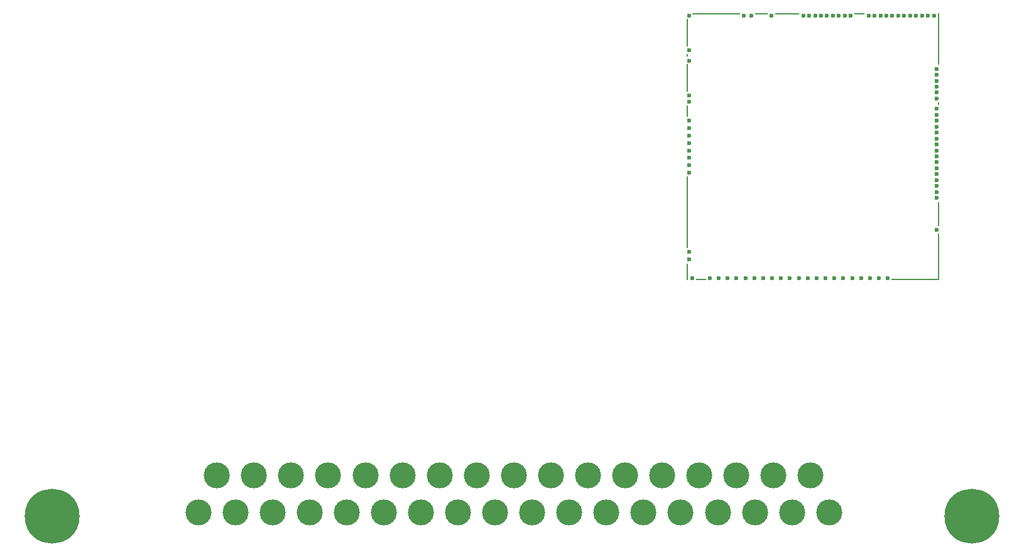
<source format=gtl>
G04 #@! TF.GenerationSoftware,KiCad,Pcbnew,7.0.11-7.0.11~ubuntu22.04.1*
G04 #@! TF.CreationDate,2024-03-05T20:24:44+00:00*
G04 #@! TF.ProjectId,balefi,62616c65-6669-42e6-9b69-6361645f7063,rev?*
G04 #@! TF.SameCoordinates,Original*
G04 #@! TF.FileFunction,Copper,L1,Top*
G04 #@! TF.FilePolarity,Positive*
%FSLAX46Y46*%
G04 Gerber Fmt 4.6, Leading zero omitted, Abs format (unit mm)*
G04 Created by KiCad (PCBNEW 7.0.11-7.0.11~ubuntu22.04.1) date 2024-03-05 20:24:44*
%MOMM*%
%LPD*%
G01*
G04 APERTURE LIST*
G04 #@! TA.AperFunction,ComponentPad*
%ADD10C,0.800000*%
G04 #@! TD*
G04 #@! TA.AperFunction,ComponentPad*
%ADD11C,7.400000*%
G04 #@! TD*
G04 #@! TA.AperFunction,ComponentPad*
%ADD12C,3.500000*%
G04 #@! TD*
G04 #@! TA.AperFunction,ComponentPad*
%ADD13C,0.600000*%
G04 #@! TD*
G04 #@! TA.AperFunction,SMDPad,CuDef*
%ADD14R,0.200000X3.700000*%
G04 #@! TD*
G04 #@! TA.AperFunction,SMDPad,CuDef*
%ADD15R,0.200000X0.400000*%
G04 #@! TD*
G04 #@! TA.AperFunction,SMDPad,CuDef*
%ADD16R,0.200000X1.600000*%
G04 #@! TD*
G04 #@! TA.AperFunction,SMDPad,CuDef*
%ADD17R,0.200000X9.700000*%
G04 #@! TD*
G04 #@! TA.AperFunction,SMDPad,CuDef*
%ADD18R,0.200000X2.300000*%
G04 #@! TD*
G04 #@! TA.AperFunction,SMDPad,CuDef*
%ADD19R,1.400000X0.200000*%
G04 #@! TD*
G04 #@! TA.AperFunction,SMDPad,CuDef*
%ADD20R,6.400000X0.200000*%
G04 #@! TD*
G04 #@! TA.AperFunction,SMDPad,CuDef*
%ADD21R,1.700000X0.200000*%
G04 #@! TD*
G04 #@! TA.AperFunction,SMDPad,CuDef*
%ADD22R,3.300000X0.200000*%
G04 #@! TD*
G04 #@! TA.AperFunction,SMDPad,CuDef*
%ADD23R,0.200000X7.000000*%
G04 #@! TD*
G04 #@! TA.AperFunction,SMDPad,CuDef*
%ADD24R,0.200000X3.300000*%
G04 #@! TD*
G04 #@! TA.AperFunction,SMDPad,CuDef*
%ADD25R,0.200000X6.300000*%
G04 #@! TD*
G04 APERTURE END LIST*
D10*
G04 #@! TO.P,H1,1,1*
G04 #@! TO.N,unconnected-(H1-Pad1)*
X13000000Y6000000D03*
X13812779Y7962221D03*
X13812779Y4037779D03*
D11*
X15750000Y6000000D03*
D10*
X15775000Y8775000D03*
X15775000Y3225000D03*
X17737221Y7962221D03*
X17737221Y4037779D03*
X18550000Y6000000D03*
G04 #@! TD*
G04 #@! TO.P,H2,1,1*
G04 #@! TO.N,unconnected-(H2-Pad1)*
X137000000Y6000000D03*
X137812779Y7962221D03*
X137812779Y4037779D03*
X139775000Y8775000D03*
D11*
X139775000Y6000000D03*
D10*
X139775000Y3225000D03*
X141737221Y7962221D03*
X141737221Y4037779D03*
X142550000Y6000000D03*
G04 #@! TD*
D12*
G04 #@! TO.P,J1,1,1*
G04 #@! TO.N,/IGN14*
X35500000Y6500000D03*
G04 #@! TO.P,J1,2,2*
G04 #@! TO.N,/ETB2*
X40500000Y6500000D03*
G04 #@! TO.P,J1,3,3*
G04 #@! TO.N,/FAN_OUT*
X45500000Y6500000D03*
G04 #@! TO.P,J1,4,4*
G04 #@! TO.N,/INJ4*
X50500000Y6500000D03*
G04 #@! TO.P,J1,5,5*
G04 #@! TO.N,/BOOST_OUT*
X55500000Y6500000D03*
G04 #@! TO.P,J1,6,6*
G04 #@! TO.N,/MIL*
X60500000Y6500000D03*
G04 #@! TO.P,J1,7,7*
G04 #@! TO.N,/VSS*
X65500000Y6500000D03*
G04 #@! TO.P,J1,8,8*
G04 #@! TO.N,/OIL_PRESS*
X70500000Y6500000D03*
G04 #@! TO.P,J1,9,9*
G04 #@! TO.N,/PPS2_IN*
X75500000Y6500000D03*
G04 #@! TO.P,J1,10,10*
G04 #@! TO.N,/CANL*
X80500000Y6500000D03*
G04 #@! TO.P,J1,11,11*
G04 #@! TO.N,/CRANK-*
X85500000Y6500000D03*
G04 #@! TO.P,J1,12,12*
G04 #@! TO.N,/AGND*
X90500000Y6500000D03*
G04 #@! TO.P,J1,13,13*
G04 #@! TO.N,/CLT*
X95500000Y6500000D03*
G04 #@! TO.P,J1,14,14*
G04 #@! TO.N,/5V*
X100500000Y6500000D03*
G04 #@! TO.P,J1,15,15*
G04 #@! TO.N,/CANH*
X105500000Y6500000D03*
G04 #@! TO.P,J1,16,16*
G04 #@! TO.N,/AGND*
X110500000Y6500000D03*
G04 #@! TO.P,J1,17,17*
G04 #@! TO.N,/PGND*
X115500000Y6500000D03*
G04 #@! TO.P,J1,18,18*
G04 #@! TO.N,/INJ1*
X120500000Y6500000D03*
G04 #@! TO.P,J1,19,19*
G04 #@! TO.N,/IGN23*
X38000000Y11500000D03*
G04 #@! TO.P,J1,20,20*
G04 #@! TO.N,/ETB1*
X43000000Y11500000D03*
G04 #@! TO.P,J1,21,21*
G04 #@! TO.N,/INJ3*
X48000000Y11500000D03*
G04 #@! TO.P,J1,22,22*
G04 #@! TO.N,/TACHO_OUT*
X53000000Y11500000D03*
G04 #@! TO.P,J1,23,23*
G04 #@! TO.N,/FPUMP_RELAY*
X58000000Y11500000D03*
G04 #@! TO.P,J1,24,24*
G04 #@! TO.N,/FUEL_PRESS*
X63000000Y11500000D03*
G04 #@! TO.P,J1,25,25*
G04 #@! TO.N,/OIL_TEMP*
X68000000Y11500000D03*
G04 #@! TO.P,J1,26,26*
G04 #@! TO.N,/IGNITION*
X73000000Y11500000D03*
G04 #@! TO.P,J1,27,27*
G04 #@! TO.N,/PPS1_IN*
X78000000Y11500000D03*
G04 #@! TO.P,J1,28,28*
G04 #@! TO.N,/CRANK+*
X83000000Y11500000D03*
G04 #@! TO.P,J1,29,29*
G04 #@! TO.N,/KNOCK_IN*
X88000000Y11500000D03*
G04 #@! TO.P,J1,30,30*
G04 #@! TO.N,/TPS*
X93000000Y11500000D03*
G04 #@! TO.P,J1,31,31*
G04 #@! TO.N,/IAT*
X98000000Y11500000D03*
G04 #@! TO.P,J1,32,32*
G04 #@! TO.N,/MAP*
X103000000Y11500000D03*
G04 #@! TO.P,J1,33,33*
G04 #@! TO.N,/CAM*
X108000000Y11500000D03*
G04 #@! TO.P,J1,34,34*
G04 #@! TO.N,/FLEX_IN*
X113000000Y11500000D03*
G04 #@! TO.P,J1,35,35*
G04 #@! TO.N,/INJ2*
X118000000Y11500000D03*
G04 #@! TD*
D13*
G04 #@! TO.P,M2,E1,V5A_SWITCHABLE*
G04 #@! TO.N,unconnected-(M2-V5A_SWITCHABLE-PadE1)*
X135024995Y44624995D03*
G04 #@! TO.P,M2,E2,GNDA*
G04 #@! TO.N,unconnected-(M2-GNDA-PadE2)*
X135025005Y48924995D03*
G04 #@! TO.P,M2,E3,I2C_SCL_(PB10)*
G04 #@! TO.N,unconnected-(M2-I2C_SCL_(PB10)-PadE3)*
X135025005Y49724985D03*
G04 #@! TO.P,M2,E4,I2C_SDA_(PB11)*
G04 #@! TO.N,unconnected-(M2-I2C_SDA_(PB11)-PadE4)*
X135025005Y50524995D03*
G04 #@! TO.P,M2,E5,IN_VIGN_(PA5)*
G04 #@! TO.N,unconnected-(M2-IN_VIGN_(PA5)-PadE5)*
X135025005Y51324995D03*
G04 #@! TO.P,M2,E6,SPI2_CS_/_CAN2_RX_(PB12)*
G04 #@! TO.N,unconnected-(M2-SPI2_CS_{slash}_CAN2_RX_(PB12)-PadE6)*
X135025005Y52124995D03*
G04 #@! TO.P,M2,E7,SPI2_SCK_/_CAN2_TX_(PB13)*
G04 #@! TO.N,unconnected-(M2-SPI2_SCK_{slash}_CAN2_TX_(PB13)-PadE7)*
X135025005Y52924995D03*
G04 #@! TO.P,M2,E8,SPI2_MISO_(PB14)*
G04 #@! TO.N,unconnected-(M2-SPI2_MISO_(PB14)-PadE8)*
X135025005Y53724995D03*
G04 #@! TO.P,M2,E9,SPI2_MOSI_(PB15)*
G04 #@! TO.N,unconnected-(M2-SPI2_MOSI_(PB15)-PadE9)*
X135025005Y54524995D03*
G04 #@! TO.P,M2,E10,OUT_INJ8_(PD12)*
G04 #@! TO.N,unconnected-(M2-OUT_INJ8_(PD12)-PadE10)*
X135025005Y55324995D03*
G04 #@! TO.P,M2,E11,OUT_INJ7_(PD15)*
G04 #@! TO.N,unconnected-(M2-OUT_INJ7_(PD15)-PadE11)*
X135025005Y56124995D03*
G04 #@! TO.P,M2,E12,OUT_INJ6_(PA8)*
G04 #@! TO.N,unconnected-(M2-OUT_INJ6_(PA8)-PadE12)*
X135025005Y56924995D03*
G04 #@! TO.P,M2,E13,OUT_INJ5_(PD2)*
G04 #@! TO.N,unconnected-(M2-OUT_INJ5_(PD2)-PadE13)*
X135025005Y57724995D03*
G04 #@! TO.P,M2,E14,OUT_INJ4_(PD10)*
G04 #@! TO.N,unconnected-(M2-OUT_INJ4_(PD10)-PadE14)*
X135025005Y58524995D03*
G04 #@! TO.P,M2,E15,OUT_INJ3_(PD11)*
G04 #@! TO.N,unconnected-(M2-OUT_INJ3_(PD11)-PadE15)*
X135025005Y59324995D03*
G04 #@! TO.P,M2,E16,OUT_INJ2_(PA9)*
G04 #@! TO.N,unconnected-(M2-OUT_INJ2_(PA9)-PadE16)*
X135024995Y60124985D03*
G04 #@! TO.P,M2,E17,OUT_INJ1_(PD3)*
G04 #@! TO.N,unconnected-(M2-OUT_INJ1_(PD3)-PadE17)*
X135025005Y60924995D03*
G04 #@! TO.P,M2,E18,OUT_PWM1_(PD13)*
G04 #@! TO.N,unconnected-(M2-OUT_PWM1_(PD13)-PadE18)*
X135025005Y62324995D03*
G04 #@! TO.P,M2,E19,OUT_PWM2_(PC6)*
G04 #@! TO.N,unconnected-(M2-OUT_PWM2_(PC6)-PadE19)*
X135025005Y63124985D03*
G04 #@! TO.P,M2,E20,OUT_PWM3_(PC7)*
G04 #@! TO.N,unconnected-(M2-OUT_PWM3_(PC7)-PadE20)*
X135025005Y63924985D03*
G04 #@! TO.P,M2,E21,OUT_PWM4_(PC8)*
G04 #@! TO.N,unconnected-(M2-OUT_PWM4_(PC8)-PadE21)*
X135025005Y64724985D03*
G04 #@! TO.P,M2,E22,OUT_PWM5_(PC9)*
G04 #@! TO.N,unconnected-(M2-OUT_PWM5_(PC9)-PadE22)*
X135025005Y65524985D03*
G04 #@! TO.P,M2,E23,OUT_PWM6_(PD14)*
G04 #@! TO.N,unconnected-(M2-OUT_PWM6_(PD14)-PadE23)*
X135025005Y66324995D03*
D14*
G04 #@! TO.P,M2,G,GND*
G04 #@! TO.N,unconnected-(M2-GND-PadG)*
X101424995Y71174985D03*
D15*
X101424995Y68124995D03*
D14*
X101424995Y65074985D03*
D16*
X101424995Y60624995D03*
D17*
X101424995Y46974995D03*
D18*
X101424995Y38974995D03*
D19*
X103225005Y37924985D03*
D20*
X105324995Y73724985D03*
D21*
X111374995Y73724985D03*
D22*
X114874995Y73724985D03*
D19*
X124624995Y73724985D03*
D20*
X132124995Y37924985D03*
D23*
X135225005Y70325005D03*
D15*
X135225005Y61624985D03*
D24*
X135225005Y46774985D03*
D25*
X135225005Y40974985D03*
D13*
G04 #@! TO.P,M2,N1,VBUS*
G04 #@! TO.N,unconnected-(M2-VBUS-PadN1)*
X134625005Y73524995D03*
G04 #@! TO.P,M2,N2,USBM_(PA11)*
G04 #@! TO.N,unconnected-(M2-USBM_(PA11)-PadN2)*
X133825005Y73524995D03*
G04 #@! TO.P,M2,N3,USBP_(PA12)*
G04 #@! TO.N,unconnected-(M2-USBP_(PA12)-PadN3)*
X133025005Y73524995D03*
G04 #@! TO.P,M2,N4,USBID_(PA10)*
G04 #@! TO.N,unconnected-(M2-USBID_(PA10)-PadN4)*
X132224995Y73524995D03*
G04 #@! TO.P,M2,N5,SWDIO_(PA13)*
G04 #@! TO.N,unconnected-(M2-SWDIO_(PA13)-PadN5)*
X131425005Y73524995D03*
G04 #@! TO.P,M2,N6,SWCLK_(PA14)*
G04 #@! TO.N,unconnected-(M2-SWCLK_(PA14)-PadN6)*
X130625005Y73524995D03*
G04 #@! TO.P,M2,N7,nReset*
G04 #@! TO.N,unconnected-(M2-nReset-PadN7)*
X129825005Y73524995D03*
G04 #@! TO.P,M2,N8,SWO_(PB3)*
G04 #@! TO.N,unconnected-(M2-SWO_(PB3)-PadN8)*
X129024995Y73524995D03*
G04 #@! TO.P,M2,N9,SPI3_CS_(PA15)*
G04 #@! TO.N,unconnected-(M2-SPI3_CS_(PA15)-PadN9)*
X128225005Y73524985D03*
G04 #@! TO.P,M2,N10,SPI3_SCK_(PC10)*
G04 #@! TO.N,unconnected-(M2-SPI3_SCK_(PC10)-PadN10)*
X127425005Y73524985D03*
G04 #@! TO.P,M2,N11,SPI3_MISO_(PC11)*
G04 #@! TO.N,unconnected-(M2-SPI3_MISO_(PC11)-PadN11)*
X126625005Y73524985D03*
G04 #@! TO.P,M2,N12,SPI3_MOSI_(PC12)*
G04 #@! TO.N,unconnected-(M2-SPI3_MOSI_(PC12)-PadN12)*
X125825005Y73524985D03*
G04 #@! TO.P,M2,N13,UART2_TX_(PD5)*
G04 #@! TO.N,unconnected-(M2-UART2_TX_(PD5)-PadN13)*
X123424995Y73524985D03*
G04 #@! TO.P,M2,N14,UART2_RX_(PD6)*
G04 #@! TO.N,unconnected-(M2-UART2_RX_(PD6)-PadN14)*
X122624995Y73524985D03*
G04 #@! TO.P,M2,N14a,LED_GREEN*
G04 #@! TO.N,unconnected-(M2-LED_GREEN-PadN14a)*
X121825005Y73524995D03*
G04 #@! TO.P,M2,N14b,LED_YELLOW*
G04 #@! TO.N,unconnected-(M2-LED_YELLOW-PadN14b)*
X121024995Y73524995D03*
G04 #@! TO.P,M2,N15,V33_SWITCHABLE*
G04 #@! TO.N,unconnected-(M2-V33_SWITCHABLE-PadN15)*
X120224995Y73524995D03*
G04 #@! TO.P,M2,N16,BOOT0*
G04 #@! TO.N,unconnected-(M2-BOOT0-PadN16)*
X119424995Y73524995D03*
G04 #@! TO.P,M2,N17,VBAT*
G04 #@! TO.N,unconnected-(M2-VBAT-PadN17)*
X118624995Y73524995D03*
G04 #@! TO.P,M2,N18,UART8_RX_(PE0)*
G04 #@! TO.N,unconnected-(M2-UART8_RX_(PE0)-PadN18)*
X117824995Y73524985D03*
G04 #@! TO.P,M2,N19,UART8_TX_(PE1)*
G04 #@! TO.N,unconnected-(M2-UART8_TX_(PE1)-PadN19)*
X117024995Y73524985D03*
G04 #@! TO.P,M2,N20,OUT_PWR_EN_(PE10)*
G04 #@! TO.N,unconnected-(M2-OUT_PWR_EN_(PE10)-PadN20)*
X112724995Y73524985D03*
G04 #@! TO.P,M2,N21,V33*
G04 #@! TO.N,unconnected-(M2-V33-PadN21)*
X110024995Y73524985D03*
G04 #@! TO.P,M2,N22,VCC*
G04 #@! TO.N,unconnected-(M2-VCC-PadN22)*
X109025005Y73524985D03*
G04 #@! TO.P,M2,N23,V33*
G04 #@! TO.N,unconnected-(M2-V33-PadN23)*
X101624995Y73524985D03*
G04 #@! TO.P,M2,S1,IN_D4_(PE15)*
G04 #@! TO.N,unconnected-(M2-IN_D4_(PE15)-PadS1)*
X128425015Y38124985D03*
G04 #@! TO.P,M2,S2,IN_D3_(PE14)*
G04 #@! TO.N,unconnected-(M2-IN_D3_(PE14)-PadS2)*
X127225005Y38124985D03*
G04 #@! TO.P,M2,S3,IN_D2_(PE13)*
G04 #@! TO.N,unconnected-(M2-IN_D2_(PE13)-PadS3)*
X126025005Y38124985D03*
G04 #@! TO.P,M2,S4,IN_D1_(PE12)*
G04 #@! TO.N,unconnected-(M2-IN_D1_(PE12)-PadS4)*
X124825005Y38124985D03*
G04 #@! TO.P,M2,S5,VREF2*
G04 #@! TO.N,unconnected-(M2-VREF2-PadS5)*
X123625005Y38124985D03*
G04 #@! TO.P,M2,S6,IN_AUX4_(PC5)*
G04 #@! TO.N,unconnected-(M2-IN_AUX4_(PC5)-PadS6)*
X122425005Y38124985D03*
G04 #@! TO.P,M2,S7,IN_AUX3_(PA7)*
G04 #@! TO.N,unconnected-(M2-IN_AUX3_(PA7)-PadS7)*
X121225005Y38124985D03*
G04 #@! TO.P,M2,S8,IN_AUX2_(PC4/PE9)*
G04 #@! TO.N,unconnected-(M2-IN_AUX2_(PC4{slash}PE9)-PadS8)*
X120025005Y38124985D03*
G04 #@! TO.P,M2,S9,IN_AUX1_(PB0)*
G04 #@! TO.N,unconnected-(M2-IN_AUX1_(PB0)-PadS9)*
X118825005Y38124985D03*
G04 #@! TO.P,M2,S10,IN_O2S2_(PA1)*
G04 #@! TO.N,unconnected-(M2-IN_O2S2_(PA1)-PadS10)*
X117625005Y38124985D03*
G04 #@! TO.P,M2,S11,IN_O2S_/_CAN_WAKEUP_(PA0)*
G04 #@! TO.N,unconnected-(M2-IN_O2S_{slash}_CAN_WAKEUP_(PA0)-PadS11)*
X116425005Y38124985D03*
G04 #@! TO.P,M2,S12,IN_MAP2_(PC1)*
G04 #@! TO.N,unconnected-(M2-IN_MAP2_(PC1)-PadS12)*
X115225005Y38124985D03*
G04 #@! TO.P,M2,S13,IN_MAP1_(PC0)*
G04 #@! TO.N,unconnected-(M2-IN_MAP1_(PC0)-PadS13)*
X114025005Y38124985D03*
G04 #@! TO.P,M2,S14,IN_CRANK_(PB1)*
G04 #@! TO.N,unconnected-(M2-IN_CRANK_(PB1)-PadS14)*
X112825005Y38124985D03*
G04 #@! TO.P,M2,S15,IN_KNOCK_(PA2)*
G04 #@! TO.N,unconnected-(M2-IN_KNOCK_(PA2)-PadS15)*
X111625005Y38124985D03*
G04 #@! TO.P,M2,S16,IN_CAM_(PA6)*
G04 #@! TO.N,unconnected-(M2-IN_CAM_(PA6)-PadS16)*
X110425005Y38124985D03*
G04 #@! TO.P,M2,S17,IN_VSS_(PE11)*
G04 #@! TO.N,unconnected-(M2-IN_VSS_(PE11)-PadS17)*
X109225005Y38124985D03*
G04 #@! TO.P,M2,S18,IN_TPS_(PA4)*
G04 #@! TO.N,unconnected-(M2-IN_TPS_(PA4)-PadS18)*
X108024995Y38124985D03*
G04 #@! TO.P,M2,S19,IN_PPS_(PA3)*
G04 #@! TO.N,unconnected-(M2-IN_PPS_(PA3)-PadS19)*
X106824995Y38124985D03*
G04 #@! TO.P,M2,S20,IN_IAT_(PC3)*
G04 #@! TO.N,unconnected-(M2-IN_IAT_(PC3)-PadS20)*
X105624995Y38124985D03*
G04 #@! TO.P,M2,S21,IN_CLT_(PC2)*
G04 #@! TO.N,unconnected-(M2-IN_CLT_(PC2)-PadS21)*
X104424995Y38124985D03*
G04 #@! TO.P,M2,S22,VREF1*
G04 #@! TO.N,unconnected-(M2-VREF1-PadS22)*
X102024995Y38124985D03*
G04 #@! TO.P,M2,W1,GNDA*
G04 #@! TO.N,unconnected-(M2-GNDA-PadW1)*
X101624995Y40624995D03*
G04 #@! TO.P,M2,W2,V5A_SWITCHABLE*
G04 #@! TO.N,unconnected-(M2-V5A_SWITCHABLE-PadW2)*
X101624995Y41624995D03*
G04 #@! TO.P,M2,W3,IGN8_(PE6)*
G04 #@! TO.N,unconnected-(M2-IGN8_(PE6)-PadW3)*
X101624995Y52324985D03*
G04 #@! TO.P,M2,W4,IGN7_(PB9)*
G04 #@! TO.N,unconnected-(M2-IGN7_(PB9)-PadW4)*
X101624995Y53324995D03*
G04 #@! TO.P,M2,W5,IGN6_(PB8)*
G04 #@! TO.N,unconnected-(M2-IGN6_(PB8)-PadW5)*
X101624995Y54324985D03*
G04 #@! TO.P,M2,W6,IGN5_(PE2)*
G04 #@! TO.N,unconnected-(M2-IGN5_(PE2)-PadW6)*
X101624995Y55324985D03*
G04 #@! TO.P,M2,W7,IGN4_(PE3)*
G04 #@! TO.N,unconnected-(M2-IGN4_(PE3)-PadW7)*
X101624995Y56324985D03*
G04 #@! TO.P,M2,W8,IGN3_(PE4)*
G04 #@! TO.N,unconnected-(M2-IGN3_(PE4)-PadW8)*
X101624995Y57324985D03*
G04 #@! TO.P,M2,W9,IGN2_(PE5)*
G04 #@! TO.N,unconnected-(M2-IGN2_(PE5)-PadW9)*
X101624995Y58324985D03*
G04 #@! TO.P,M2,W10,IGN1_(PC13)*
G04 #@! TO.N,unconnected-(M2-IGN1_(PC13)-PadW10)*
X101624995Y59324985D03*
G04 #@! TO.P,M2,W11,CANH*
G04 #@! TO.N,unconnected-(M2-CANH-PadW11)*
X101624995Y61924985D03*
G04 #@! TO.P,M2,W12,CANL*
G04 #@! TO.N,unconnected-(M2-CANL-PadW12)*
X101624995Y62724985D03*
G04 #@! TO.P,M2,W13,V33_REF*
G04 #@! TO.N,unconnected-(M2-V33_REF-PadW13)*
X101624995Y67424995D03*
G04 #@! TO.P,M2,W14,V5A_SWITCHABLE*
G04 #@! TO.N,unconnected-(M2-V5A_SWITCHABLE-PadW14)*
X101624995Y68824985D03*
G04 #@! TD*
M02*

</source>
